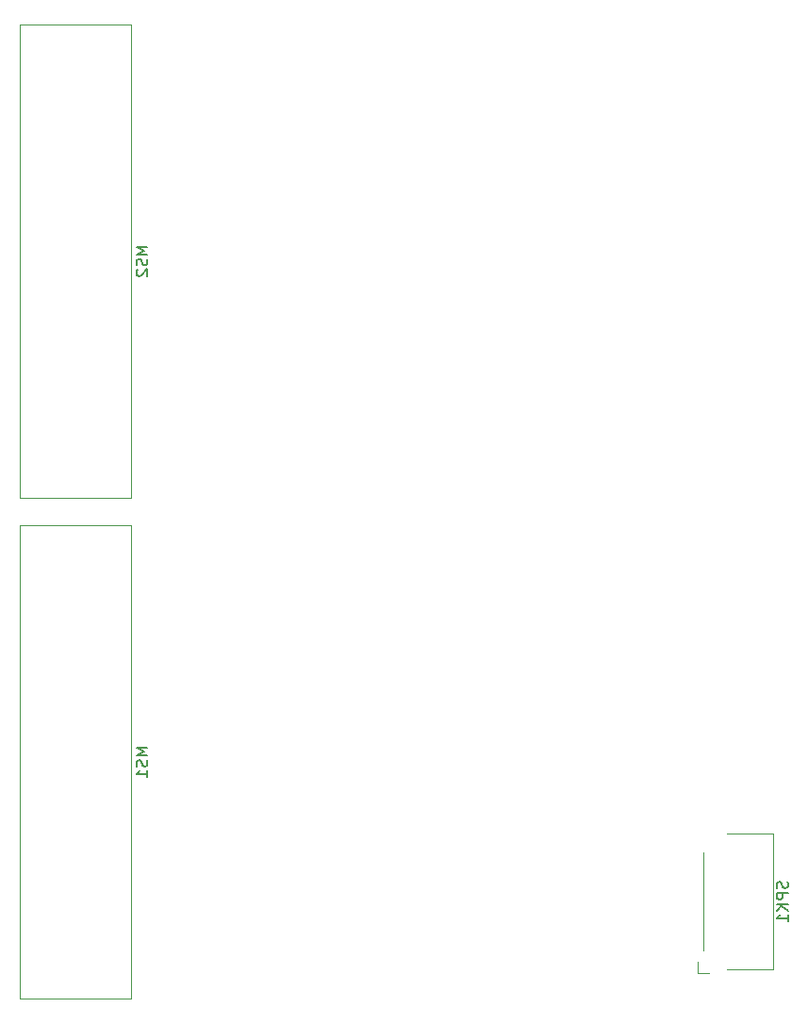
<source format=gbr>
%TF.GenerationSoftware,KiCad,Pcbnew,8.0.8*%
%TF.CreationDate,2025-02-08T14:15:15-05:00*%
%TF.ProjectId,Project_PCB_Subsystem,50726f6a-6563-4745-9f50-43425f537562,rev?*%
%TF.SameCoordinates,Original*%
%TF.FileFunction,Legend,Bot*%
%TF.FilePolarity,Positive*%
%FSLAX46Y46*%
G04 Gerber Fmt 4.6, Leading zero omitted, Abs format (unit mm)*
G04 Created by KiCad (PCBNEW 8.0.8) date 2025-02-08 14:15:15*
%MOMM*%
%LPD*%
G01*
G04 APERTURE LIST*
%ADD10C,0.150000*%
%ADD11C,0.120000*%
G04 APERTURE END LIST*
D10*
X145454819Y-71214286D02*
X144454819Y-71214286D01*
X144454819Y-71214286D02*
X145169104Y-71547619D01*
X145169104Y-71547619D02*
X144454819Y-71880952D01*
X144454819Y-71880952D02*
X145454819Y-71880952D01*
X145407200Y-72309524D02*
X145454819Y-72452381D01*
X145454819Y-72452381D02*
X145454819Y-72690476D01*
X145454819Y-72690476D02*
X145407200Y-72785714D01*
X145407200Y-72785714D02*
X145359580Y-72833333D01*
X145359580Y-72833333D02*
X145264342Y-72880952D01*
X145264342Y-72880952D02*
X145169104Y-72880952D01*
X145169104Y-72880952D02*
X145073866Y-72833333D01*
X145073866Y-72833333D02*
X145026247Y-72785714D01*
X145026247Y-72785714D02*
X144978628Y-72690476D01*
X144978628Y-72690476D02*
X144931009Y-72500000D01*
X144931009Y-72500000D02*
X144883390Y-72404762D01*
X144883390Y-72404762D02*
X144835771Y-72357143D01*
X144835771Y-72357143D02*
X144740533Y-72309524D01*
X144740533Y-72309524D02*
X144645295Y-72309524D01*
X144645295Y-72309524D02*
X144550057Y-72357143D01*
X144550057Y-72357143D02*
X144502438Y-72404762D01*
X144502438Y-72404762D02*
X144454819Y-72500000D01*
X144454819Y-72500000D02*
X144454819Y-72738095D01*
X144454819Y-72738095D02*
X144502438Y-72880952D01*
X144550057Y-73261905D02*
X144502438Y-73309524D01*
X144502438Y-73309524D02*
X144454819Y-73404762D01*
X144454819Y-73404762D02*
X144454819Y-73642857D01*
X144454819Y-73642857D02*
X144502438Y-73738095D01*
X144502438Y-73738095D02*
X144550057Y-73785714D01*
X144550057Y-73785714D02*
X144645295Y-73833333D01*
X144645295Y-73833333D02*
X144740533Y-73833333D01*
X144740533Y-73833333D02*
X144883390Y-73785714D01*
X144883390Y-73785714D02*
X145454819Y-73214286D01*
X145454819Y-73214286D02*
X145454819Y-73833333D01*
X145454819Y-116214286D02*
X144454819Y-116214286D01*
X144454819Y-116214286D02*
X145169104Y-116547619D01*
X145169104Y-116547619D02*
X144454819Y-116880952D01*
X144454819Y-116880952D02*
X145454819Y-116880952D01*
X145407200Y-117309524D02*
X145454819Y-117452381D01*
X145454819Y-117452381D02*
X145454819Y-117690476D01*
X145454819Y-117690476D02*
X145407200Y-117785714D01*
X145407200Y-117785714D02*
X145359580Y-117833333D01*
X145359580Y-117833333D02*
X145264342Y-117880952D01*
X145264342Y-117880952D02*
X145169104Y-117880952D01*
X145169104Y-117880952D02*
X145073866Y-117833333D01*
X145073866Y-117833333D02*
X145026247Y-117785714D01*
X145026247Y-117785714D02*
X144978628Y-117690476D01*
X144978628Y-117690476D02*
X144931009Y-117500000D01*
X144931009Y-117500000D02*
X144883390Y-117404762D01*
X144883390Y-117404762D02*
X144835771Y-117357143D01*
X144835771Y-117357143D02*
X144740533Y-117309524D01*
X144740533Y-117309524D02*
X144645295Y-117309524D01*
X144645295Y-117309524D02*
X144550057Y-117357143D01*
X144550057Y-117357143D02*
X144502438Y-117404762D01*
X144502438Y-117404762D02*
X144454819Y-117500000D01*
X144454819Y-117500000D02*
X144454819Y-117738095D01*
X144454819Y-117738095D02*
X144502438Y-117880952D01*
X145454819Y-118833333D02*
X145454819Y-118261905D01*
X145454819Y-118547619D02*
X144454819Y-118547619D01*
X144454819Y-118547619D02*
X144597676Y-118452381D01*
X144597676Y-118452381D02*
X144692914Y-118357143D01*
X144692914Y-118357143D02*
X144740533Y-118261905D01*
X202907200Y-128238095D02*
X202954819Y-128380952D01*
X202954819Y-128380952D02*
X202954819Y-128619047D01*
X202954819Y-128619047D02*
X202907200Y-128714285D01*
X202907200Y-128714285D02*
X202859580Y-128761904D01*
X202859580Y-128761904D02*
X202764342Y-128809523D01*
X202764342Y-128809523D02*
X202669104Y-128809523D01*
X202669104Y-128809523D02*
X202573866Y-128761904D01*
X202573866Y-128761904D02*
X202526247Y-128714285D01*
X202526247Y-128714285D02*
X202478628Y-128619047D01*
X202478628Y-128619047D02*
X202431009Y-128428571D01*
X202431009Y-128428571D02*
X202383390Y-128333333D01*
X202383390Y-128333333D02*
X202335771Y-128285714D01*
X202335771Y-128285714D02*
X202240533Y-128238095D01*
X202240533Y-128238095D02*
X202145295Y-128238095D01*
X202145295Y-128238095D02*
X202050057Y-128285714D01*
X202050057Y-128285714D02*
X202002438Y-128333333D01*
X202002438Y-128333333D02*
X201954819Y-128428571D01*
X201954819Y-128428571D02*
X201954819Y-128666666D01*
X201954819Y-128666666D02*
X202002438Y-128809523D01*
X202954819Y-129238095D02*
X201954819Y-129238095D01*
X201954819Y-129238095D02*
X201954819Y-129619047D01*
X201954819Y-129619047D02*
X202002438Y-129714285D01*
X202002438Y-129714285D02*
X202050057Y-129761904D01*
X202050057Y-129761904D02*
X202145295Y-129809523D01*
X202145295Y-129809523D02*
X202288152Y-129809523D01*
X202288152Y-129809523D02*
X202383390Y-129761904D01*
X202383390Y-129761904D02*
X202431009Y-129714285D01*
X202431009Y-129714285D02*
X202478628Y-129619047D01*
X202478628Y-129619047D02*
X202478628Y-129238095D01*
X202954819Y-130238095D02*
X201954819Y-130238095D01*
X202954819Y-130809523D02*
X202383390Y-130380952D01*
X201954819Y-130809523D02*
X202526247Y-130238095D01*
X202954819Y-131761904D02*
X202954819Y-131190476D01*
X202954819Y-131476190D02*
X201954819Y-131476190D01*
X201954819Y-131476190D02*
X202097676Y-131380952D01*
X202097676Y-131380952D02*
X202192914Y-131285714D01*
X202192914Y-131285714D02*
X202240533Y-131190476D01*
D11*
%TO.C,MS2*%
X134000000Y-51250000D02*
X134000000Y-93750000D01*
X134000000Y-93750000D02*
X144000000Y-93750000D01*
X144000000Y-51250000D02*
X134000000Y-51250000D01*
X144000000Y-93750000D02*
X144000000Y-51250000D01*
%TO.C,MS1*%
X134000000Y-96250000D02*
X134000000Y-138750000D01*
X134000000Y-138750000D02*
X144000000Y-138750000D01*
X144000000Y-96250000D02*
X134000000Y-96250000D01*
X144000000Y-138750000D02*
X144000000Y-96250000D01*
%TO.C,SPK1*%
X194900000Y-135450000D02*
X194900000Y-136450000D01*
X194900000Y-136450000D02*
X195900000Y-136450000D01*
X195400000Y-134400000D02*
X195400000Y-125600000D01*
X197450000Y-123900000D02*
X201600000Y-123900000D01*
X201600000Y-123900000D02*
X201600000Y-136100000D01*
X201600000Y-136100000D02*
X197450000Y-136100000D01*
%TD*%
M02*

</source>
